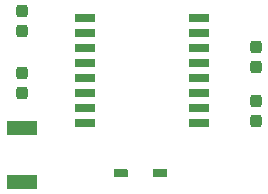
<source format=gbr>
%TF.GenerationSoftware,KiCad,Pcbnew,7.0.1*%
%TF.CreationDate,2023-04-13T11:59:35+02:00*%
%TF.ProjectId,PCBGYRO,50434247-5952-44f2-9e6b-696361645f70,rev?*%
%TF.SameCoordinates,Original*%
%TF.FileFunction,Paste,Top*%
%TF.FilePolarity,Positive*%
%FSLAX46Y46*%
G04 Gerber Fmt 4.6, Leading zero omitted, Abs format (unit mm)*
G04 Created by KiCad (PCBNEW 7.0.1) date 2023-04-13 11:59:35*
%MOMM*%
%LPD*%
G01*
G04 APERTURE LIST*
G04 Aperture macros list*
%AMRoundRect*
0 Rectangle with rounded corners*
0 $1 Rounding radius*
0 $2 $3 $4 $5 $6 $7 $8 $9 X,Y pos of 4 corners*
0 Add a 4 corners polygon primitive as box body*
4,1,4,$2,$3,$4,$5,$6,$7,$8,$9,$2,$3,0*
0 Add four circle primitives for the rounded corners*
1,1,$1+$1,$2,$3*
1,1,$1+$1,$4,$5*
1,1,$1+$1,$6,$7*
1,1,$1+$1,$8,$9*
0 Add four rect primitives between the rounded corners*
20,1,$1+$1,$2,$3,$4,$5,0*
20,1,$1+$1,$4,$5,$6,$7,0*
20,1,$1+$1,$6,$7,$8,$9,0*
20,1,$1+$1,$8,$9,$2,$3,0*%
G04 Aperture macros list end*
%ADD10RoundRect,0.237500X0.237500X-0.300000X0.237500X0.300000X-0.237500X0.300000X-0.237500X-0.300000X0*%
%ADD11RoundRect,0.237500X-0.237500X0.300000X-0.237500X-0.300000X0.237500X-0.300000X0.237500X0.300000X0*%
%ADD12RoundRect,0.148000X0.477000X0.222000X-0.477000X0.222000X-0.477000X-0.222000X0.477000X-0.222000X0*%
%ADD13RoundRect,0.133200X0.491800X0.236800X-0.491800X0.236800X-0.491800X-0.236800X0.491800X-0.236800X0*%
%ADD14R,2.650000X1.300000*%
%ADD15R,1.700000X0.700000*%
G04 APERTURE END LIST*
D10*
%TO.C,C4*%
X53340000Y-60806500D03*
X53340000Y-59081500D03*
%TD*%
%TO.C,C3*%
X73152000Y-63193000D03*
X73152000Y-61468000D03*
%TD*%
%TO.C,C1*%
X53340000Y-55573000D03*
X53340000Y-53848000D03*
%TD*%
D11*
%TO.C,C2*%
X73152000Y-56896000D03*
X73152000Y-58621000D03*
%TD*%
D12*
%TO.C,D1*%
X61704000Y-67564000D03*
D13*
X65024000Y-67564000D03*
%TD*%
D14*
%TO.C,L1*%
X53340000Y-63765000D03*
X53340000Y-68315000D03*
%TD*%
D15*
%TO.C,IC1*%
X58675000Y-54483000D03*
X58675000Y-55753000D03*
X58675000Y-57023000D03*
X58675000Y-58293000D03*
X58675000Y-59563000D03*
X58675000Y-60833000D03*
X58675000Y-62103000D03*
X58675000Y-63373000D03*
X68325000Y-63373000D03*
X68325000Y-62103000D03*
X68325000Y-60833000D03*
X68325000Y-59563000D03*
X68325000Y-58293000D03*
X68325000Y-57023000D03*
X68325000Y-55753000D03*
X68325000Y-54483000D03*
%TD*%
M02*

</source>
